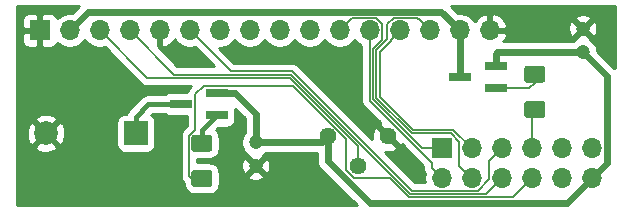
<source format=gbr>
G04 #@! TF.GenerationSoftware,KiCad,Pcbnew,5.1.5+dfsg1-2build2*
G04 #@! TF.CreationDate,2020-11-20T08:54:09-05:00*
G04 #@! TF.ProjectId,portb_lcd_mod,706f7274-625f-46c6-9364-5f6d6f642e6b,rev?*
G04 #@! TF.SameCoordinates,Original*
G04 #@! TF.FileFunction,Copper,L1,Top*
G04 #@! TF.FilePolarity,Positive*
%FSLAX46Y46*%
G04 Gerber Fmt 4.6, Leading zero omitted, Abs format (unit mm)*
G04 Created by KiCad (PCBNEW 5.1.5+dfsg1-2build2) date 2020-11-20 08:54:09*
%MOMM*%
%LPD*%
G04 APERTURE LIST*
%ADD10R,2.000000X2.000000*%
%ADD11C,2.000000*%
%ADD12R,1.700000X1.700000*%
%ADD13O,1.700000X1.700000*%
%ADD14R,1.900000X0.800000*%
%ADD15C,0.100000*%
%ADD16C,1.440000*%
%ADD17C,1.200000*%
%ADD18C,0.400000*%
%ADD19C,0.600000*%
%ADD20C,0.150000*%
%ADD21C,0.200000*%
%ADD22C,0.254000*%
G04 APERTURE END LIST*
D10*
X128778000Y-108712000D03*
D11*
X121178000Y-108712000D03*
D12*
X120650000Y-100000000D03*
D13*
X123190000Y-100000000D03*
X125730000Y-100000000D03*
X128270000Y-100000000D03*
X130810000Y-100000000D03*
X133350000Y-100000000D03*
X135890000Y-100000000D03*
X138430000Y-100000000D03*
X140970000Y-100000000D03*
X143510000Y-100000000D03*
X146050000Y-100000000D03*
X148590000Y-100000000D03*
X151130000Y-100000000D03*
X153670000Y-100000000D03*
X156210000Y-100000000D03*
X158750000Y-100000000D03*
D14*
X159258000Y-104902000D03*
X159258000Y-103002000D03*
X156258000Y-103952000D03*
X132636000Y-106238000D03*
X135636000Y-105288000D03*
X135636000Y-107188000D03*
G04 #@! TA.AperFunction,SMDPad,CuDef*
D15*
G36*
X163209504Y-102993704D02*
G01*
X163233773Y-102997304D01*
X163257571Y-103003265D01*
X163280671Y-103011530D01*
X163302849Y-103022020D01*
X163323893Y-103034633D01*
X163343598Y-103049247D01*
X163361777Y-103065723D01*
X163378253Y-103083902D01*
X163392867Y-103103607D01*
X163405480Y-103124651D01*
X163415970Y-103146829D01*
X163424235Y-103169929D01*
X163430196Y-103193727D01*
X163433796Y-103217996D01*
X163435000Y-103242500D01*
X163435000Y-104167500D01*
X163433796Y-104192004D01*
X163430196Y-104216273D01*
X163424235Y-104240071D01*
X163415970Y-104263171D01*
X163405480Y-104285349D01*
X163392867Y-104306393D01*
X163378253Y-104326098D01*
X163361777Y-104344277D01*
X163343598Y-104360753D01*
X163323893Y-104375367D01*
X163302849Y-104387980D01*
X163280671Y-104398470D01*
X163257571Y-104406735D01*
X163233773Y-104412696D01*
X163209504Y-104416296D01*
X163185000Y-104417500D01*
X161935000Y-104417500D01*
X161910496Y-104416296D01*
X161886227Y-104412696D01*
X161862429Y-104406735D01*
X161839329Y-104398470D01*
X161817151Y-104387980D01*
X161796107Y-104375367D01*
X161776402Y-104360753D01*
X161758223Y-104344277D01*
X161741747Y-104326098D01*
X161727133Y-104306393D01*
X161714520Y-104285349D01*
X161704030Y-104263171D01*
X161695765Y-104240071D01*
X161689804Y-104216273D01*
X161686204Y-104192004D01*
X161685000Y-104167500D01*
X161685000Y-103242500D01*
X161686204Y-103217996D01*
X161689804Y-103193727D01*
X161695765Y-103169929D01*
X161704030Y-103146829D01*
X161714520Y-103124651D01*
X161727133Y-103103607D01*
X161741747Y-103083902D01*
X161758223Y-103065723D01*
X161776402Y-103049247D01*
X161796107Y-103034633D01*
X161817151Y-103022020D01*
X161839329Y-103011530D01*
X161862429Y-103003265D01*
X161886227Y-102997304D01*
X161910496Y-102993704D01*
X161935000Y-102992500D01*
X163185000Y-102992500D01*
X163209504Y-102993704D01*
G37*
G04 #@! TD.AperFunction*
G04 #@! TA.AperFunction,SMDPad,CuDef*
G36*
X163209504Y-105968704D02*
G01*
X163233773Y-105972304D01*
X163257571Y-105978265D01*
X163280671Y-105986530D01*
X163302849Y-105997020D01*
X163323893Y-106009633D01*
X163343598Y-106024247D01*
X163361777Y-106040723D01*
X163378253Y-106058902D01*
X163392867Y-106078607D01*
X163405480Y-106099651D01*
X163415970Y-106121829D01*
X163424235Y-106144929D01*
X163430196Y-106168727D01*
X163433796Y-106192996D01*
X163435000Y-106217500D01*
X163435000Y-107142500D01*
X163433796Y-107167004D01*
X163430196Y-107191273D01*
X163424235Y-107215071D01*
X163415970Y-107238171D01*
X163405480Y-107260349D01*
X163392867Y-107281393D01*
X163378253Y-107301098D01*
X163361777Y-107319277D01*
X163343598Y-107335753D01*
X163323893Y-107350367D01*
X163302849Y-107362980D01*
X163280671Y-107373470D01*
X163257571Y-107381735D01*
X163233773Y-107387696D01*
X163209504Y-107391296D01*
X163185000Y-107392500D01*
X161935000Y-107392500D01*
X161910496Y-107391296D01*
X161886227Y-107387696D01*
X161862429Y-107381735D01*
X161839329Y-107373470D01*
X161817151Y-107362980D01*
X161796107Y-107350367D01*
X161776402Y-107335753D01*
X161758223Y-107319277D01*
X161741747Y-107301098D01*
X161727133Y-107281393D01*
X161714520Y-107260349D01*
X161704030Y-107238171D01*
X161695765Y-107215071D01*
X161689804Y-107191273D01*
X161686204Y-107167004D01*
X161685000Y-107142500D01*
X161685000Y-106217500D01*
X161686204Y-106192996D01*
X161689804Y-106168727D01*
X161695765Y-106144929D01*
X161704030Y-106121829D01*
X161714520Y-106099651D01*
X161727133Y-106078607D01*
X161741747Y-106058902D01*
X161758223Y-106040723D01*
X161776402Y-106024247D01*
X161796107Y-106009633D01*
X161817151Y-105997020D01*
X161839329Y-105986530D01*
X161862429Y-105978265D01*
X161886227Y-105972304D01*
X161910496Y-105968704D01*
X161935000Y-105967500D01*
X163185000Y-105967500D01*
X163209504Y-105968704D01*
G37*
G04 #@! TD.AperFunction*
G04 #@! TA.AperFunction,SMDPad,CuDef*
G36*
X135015504Y-111810704D02*
G01*
X135039773Y-111814304D01*
X135063571Y-111820265D01*
X135086671Y-111828530D01*
X135108849Y-111839020D01*
X135129893Y-111851633D01*
X135149598Y-111866247D01*
X135167777Y-111882723D01*
X135184253Y-111900902D01*
X135198867Y-111920607D01*
X135211480Y-111941651D01*
X135221970Y-111963829D01*
X135230235Y-111986929D01*
X135236196Y-112010727D01*
X135239796Y-112034996D01*
X135241000Y-112059500D01*
X135241000Y-112984500D01*
X135239796Y-113009004D01*
X135236196Y-113033273D01*
X135230235Y-113057071D01*
X135221970Y-113080171D01*
X135211480Y-113102349D01*
X135198867Y-113123393D01*
X135184253Y-113143098D01*
X135167777Y-113161277D01*
X135149598Y-113177753D01*
X135129893Y-113192367D01*
X135108849Y-113204980D01*
X135086671Y-113215470D01*
X135063571Y-113223735D01*
X135039773Y-113229696D01*
X135015504Y-113233296D01*
X134991000Y-113234500D01*
X133741000Y-113234500D01*
X133716496Y-113233296D01*
X133692227Y-113229696D01*
X133668429Y-113223735D01*
X133645329Y-113215470D01*
X133623151Y-113204980D01*
X133602107Y-113192367D01*
X133582402Y-113177753D01*
X133564223Y-113161277D01*
X133547747Y-113143098D01*
X133533133Y-113123393D01*
X133520520Y-113102349D01*
X133510030Y-113080171D01*
X133501765Y-113057071D01*
X133495804Y-113033273D01*
X133492204Y-113009004D01*
X133491000Y-112984500D01*
X133491000Y-112059500D01*
X133492204Y-112034996D01*
X133495804Y-112010727D01*
X133501765Y-111986929D01*
X133510030Y-111963829D01*
X133520520Y-111941651D01*
X133533133Y-111920607D01*
X133547747Y-111900902D01*
X133564223Y-111882723D01*
X133582402Y-111866247D01*
X133602107Y-111851633D01*
X133623151Y-111839020D01*
X133645329Y-111828530D01*
X133668429Y-111820265D01*
X133692227Y-111814304D01*
X133716496Y-111810704D01*
X133741000Y-111809500D01*
X134991000Y-111809500D01*
X135015504Y-111810704D01*
G37*
G04 #@! TD.AperFunction*
G04 #@! TA.AperFunction,SMDPad,CuDef*
G36*
X135015504Y-108835704D02*
G01*
X135039773Y-108839304D01*
X135063571Y-108845265D01*
X135086671Y-108853530D01*
X135108849Y-108864020D01*
X135129893Y-108876633D01*
X135149598Y-108891247D01*
X135167777Y-108907723D01*
X135184253Y-108925902D01*
X135198867Y-108945607D01*
X135211480Y-108966651D01*
X135221970Y-108988829D01*
X135230235Y-109011929D01*
X135236196Y-109035727D01*
X135239796Y-109059996D01*
X135241000Y-109084500D01*
X135241000Y-110009500D01*
X135239796Y-110034004D01*
X135236196Y-110058273D01*
X135230235Y-110082071D01*
X135221970Y-110105171D01*
X135211480Y-110127349D01*
X135198867Y-110148393D01*
X135184253Y-110168098D01*
X135167777Y-110186277D01*
X135149598Y-110202753D01*
X135129893Y-110217367D01*
X135108849Y-110229980D01*
X135086671Y-110240470D01*
X135063571Y-110248735D01*
X135039773Y-110254696D01*
X135015504Y-110258296D01*
X134991000Y-110259500D01*
X133741000Y-110259500D01*
X133716496Y-110258296D01*
X133692227Y-110254696D01*
X133668429Y-110248735D01*
X133645329Y-110240470D01*
X133623151Y-110229980D01*
X133602107Y-110217367D01*
X133582402Y-110202753D01*
X133564223Y-110186277D01*
X133547747Y-110168098D01*
X133533133Y-110148393D01*
X133520520Y-110127349D01*
X133510030Y-110105171D01*
X133501765Y-110082071D01*
X133495804Y-110058273D01*
X133492204Y-110034004D01*
X133491000Y-110009500D01*
X133491000Y-109084500D01*
X133492204Y-109059996D01*
X133495804Y-109035727D01*
X133501765Y-109011929D01*
X133510030Y-108988829D01*
X133520520Y-108966651D01*
X133533133Y-108945607D01*
X133547747Y-108925902D01*
X133564223Y-108907723D01*
X133582402Y-108891247D01*
X133602107Y-108876633D01*
X133623151Y-108864020D01*
X133645329Y-108853530D01*
X133668429Y-108845265D01*
X133692227Y-108839304D01*
X133716496Y-108835704D01*
X133741000Y-108834500D01*
X134991000Y-108834500D01*
X135015504Y-108835704D01*
G37*
G04 #@! TD.AperFunction*
D16*
X150114000Y-108966000D03*
X147574000Y-111506000D03*
X145034000Y-108966000D03*
D17*
X138938000Y-109474000D03*
X138938000Y-111474000D03*
X166624000Y-99854000D03*
X166624000Y-101854000D03*
D12*
X154686000Y-109982000D03*
D13*
X154686000Y-112522000D03*
X157226000Y-109982000D03*
X157226000Y-112522000D03*
X159766000Y-109982000D03*
X159766000Y-112522000D03*
X162306000Y-109982000D03*
X162306000Y-112522000D03*
X164846000Y-109982000D03*
X164846000Y-112522000D03*
X167386000Y-109982000D03*
X167386000Y-112522000D03*
D18*
X128778000Y-107312000D02*
X128778000Y-108712000D01*
X129852000Y-106238000D02*
X128778000Y-107312000D01*
X132636000Y-106238000D02*
X129852000Y-106238000D01*
D19*
X159258000Y-102002000D02*
X159258000Y-103002000D01*
X159406000Y-101854000D02*
X159258000Y-102002000D01*
X166624000Y-101854000D02*
X159406000Y-101854000D01*
X137186000Y-105288000D02*
X135636000Y-105288000D01*
X138938000Y-107040000D02*
X137186000Y-105288000D01*
X138938000Y-109474000D02*
X138938000Y-107040000D01*
X167223999Y-102453999D02*
X166624000Y-101854000D01*
X168663001Y-103893001D02*
X167223999Y-102453999D01*
X168663001Y-111244999D02*
X168663001Y-103893001D01*
X167386000Y-112522000D02*
X168663001Y-111244999D01*
X144526000Y-109474000D02*
X145034000Y-108966000D01*
X138938000Y-109474000D02*
X144526000Y-109474000D01*
X148623520Y-114630031D02*
X165277969Y-114630031D01*
X145034000Y-111040511D02*
X148623520Y-114630031D01*
X166536001Y-113371999D02*
X167386000Y-112522000D01*
X165277969Y-114630031D02*
X166536001Y-113371999D01*
X145034000Y-108966000D02*
X145034000Y-111040511D01*
D20*
X132007990Y-103737990D02*
X141924079Y-103737990D01*
X128270000Y-100000000D02*
X132007990Y-103737990D01*
X141924079Y-103737990D02*
X152037100Y-113851011D01*
X158436989Y-113851011D02*
X159766000Y-112522000D01*
X152037100Y-113851011D02*
X158436989Y-113851011D01*
X158713999Y-111034001D02*
X158916001Y-110831999D01*
X158713999Y-112590963D02*
X158713999Y-111034001D01*
X157730961Y-113574001D02*
X158713999Y-112590963D01*
X158916001Y-110831999D02*
X159766000Y-109982000D01*
X152151841Y-113574001D02*
X157730961Y-113574001D01*
X142038820Y-103460980D02*
X152151841Y-113574001D01*
X136810980Y-103460980D02*
X142038820Y-103460980D01*
X133350000Y-100000000D02*
X136810980Y-103460980D01*
X152820001Y-99150001D02*
X153670000Y-100000000D01*
X152617999Y-98947999D02*
X152820001Y-99150001D01*
X150077999Y-100757751D02*
X150077999Y-99495039D01*
X149144020Y-101691730D02*
X150077999Y-100757751D01*
X149144020Y-105720122D02*
X149144020Y-101691730D01*
X152135898Y-108712000D02*
X149144020Y-105720122D01*
X150625039Y-98947999D02*
X152617999Y-98947999D01*
X155479602Y-108712000D02*
X152135898Y-108712000D01*
X156173999Y-109406397D02*
X155479602Y-108712000D01*
X156173999Y-111469999D02*
X156173999Y-109406397D01*
X150077999Y-99495039D02*
X150625039Y-98947999D01*
X157226000Y-112522000D02*
X156173999Y-111469999D01*
X150355008Y-100774992D02*
X151130000Y-100000000D01*
X150355008Y-100872492D02*
X150355008Y-100774992D01*
X149421030Y-101806470D02*
X150355008Y-100872492D01*
X149421030Y-105605382D02*
X149421030Y-101806470D01*
X152250638Y-108434990D02*
X149421030Y-105605382D01*
X155678990Y-108434990D02*
X152250638Y-108434990D01*
X157226000Y-109982000D02*
X155678990Y-108434990D01*
X148590000Y-105949602D02*
X148590000Y-101202081D01*
X153836001Y-111195603D02*
X148590000Y-105949602D01*
X153836001Y-111672001D02*
X153836001Y-111195603D01*
X148590000Y-101202081D02*
X148590000Y-100000000D01*
X154686000Y-112522000D02*
X153836001Y-111672001D01*
X146899999Y-99150001D02*
X146050000Y-100000000D01*
X147102001Y-98947999D02*
X146899999Y-99150001D01*
X149094961Y-98947999D02*
X147102001Y-98947999D01*
X149642001Y-99495039D02*
X149094961Y-98947999D01*
X149642001Y-100801999D02*
X149642001Y-99495039D01*
X148867010Y-101576990D02*
X149642001Y-100801999D01*
X148867010Y-105834862D02*
X148867010Y-101576990D01*
X153014148Y-109982000D02*
X148867010Y-105834862D01*
X154686000Y-109982000D02*
X153014148Y-109982000D01*
D19*
X156258000Y-100048000D02*
X156210000Y-100000000D01*
X156258000Y-103952000D02*
X156258000Y-100048000D01*
X124744011Y-98445989D02*
X123190000Y-100000000D01*
X154655989Y-98445989D02*
X124744011Y-98445989D01*
X156210000Y-100000000D02*
X154655989Y-98445989D01*
D20*
X129745000Y-104015000D02*
X125730000Y-100000000D01*
X141809339Y-104015000D02*
X129745000Y-104015000D01*
X147574000Y-109779661D02*
X141809339Y-104015000D01*
X147574000Y-111506000D02*
X147574000Y-109779661D01*
D21*
X162560000Y-104417500D02*
X162560000Y-103705000D01*
X162075500Y-104902000D02*
X162560000Y-104417500D01*
X159258000Y-104902000D02*
X162075500Y-104902000D01*
D18*
X134366000Y-108458000D02*
X135636000Y-107188000D01*
X134366000Y-109547000D02*
X134366000Y-108458000D01*
D20*
X162306000Y-106934000D02*
X162560000Y-106680000D01*
X162306000Y-109982000D02*
X162306000Y-106934000D01*
X162306000Y-112522000D02*
X160699979Y-114128021D01*
X151922359Y-114128021D02*
X150316338Y-112522000D01*
X160699979Y-114128021D02*
X151922359Y-114128021D01*
X147225438Y-112522000D02*
X146558000Y-111854562D01*
X150316338Y-112522000D02*
X147225438Y-112522000D01*
X146558000Y-111854562D02*
X146558000Y-109155411D01*
X133491000Y-112522000D02*
X134366000Y-112522000D01*
X133288990Y-112319990D02*
X133491000Y-112522000D01*
X133288990Y-108897270D02*
X133288990Y-112319990D01*
X133788001Y-108398259D02*
X133288990Y-108897270D01*
X133788001Y-105422397D02*
X133788001Y-108398259D01*
X142088588Y-104685999D02*
X134524399Y-104685999D01*
X134524399Y-104685999D02*
X133788001Y-105422397D01*
X146558000Y-109155411D02*
X142088588Y-104685999D01*
D22*
G36*
X123349981Y-98517729D02*
G01*
X123336260Y-98515000D01*
X123043740Y-98515000D01*
X122756842Y-98572068D01*
X122486589Y-98684010D01*
X122243368Y-98846525D01*
X122111513Y-98978380D01*
X122089502Y-98905820D01*
X122030537Y-98795506D01*
X121951185Y-98698815D01*
X121854494Y-98619463D01*
X121744180Y-98560498D01*
X121624482Y-98524188D01*
X121500000Y-98511928D01*
X120935750Y-98515000D01*
X120777000Y-98673750D01*
X120777000Y-99873000D01*
X120797000Y-99873000D01*
X120797000Y-100127000D01*
X120777000Y-100127000D01*
X120777000Y-101326250D01*
X120935750Y-101485000D01*
X121500000Y-101488072D01*
X121624482Y-101475812D01*
X121744180Y-101439502D01*
X121854494Y-101380537D01*
X121951185Y-101301185D01*
X122030537Y-101204494D01*
X122089502Y-101094180D01*
X122111513Y-101021620D01*
X122243368Y-101153475D01*
X122486589Y-101315990D01*
X122756842Y-101427932D01*
X123043740Y-101485000D01*
X123336260Y-101485000D01*
X123623158Y-101427932D01*
X123893411Y-101315990D01*
X124136632Y-101153475D01*
X124343475Y-100946632D01*
X124460000Y-100772240D01*
X124576525Y-100946632D01*
X124783368Y-101153475D01*
X125026589Y-101315990D01*
X125296842Y-101427932D01*
X125583740Y-101485000D01*
X125876260Y-101485000D01*
X126155387Y-101429478D01*
X129218292Y-104492384D01*
X129240525Y-104519475D01*
X129267615Y-104541707D01*
X129348635Y-104608199D01*
X129348637Y-104608200D01*
X129471980Y-104674128D01*
X129605816Y-104714727D01*
X129710123Y-104725000D01*
X129710124Y-104725000D01*
X129744999Y-104728435D01*
X129779874Y-104725000D01*
X133481307Y-104725000D01*
X133310618Y-104895689D01*
X133283526Y-104917923D01*
X133194801Y-105026035D01*
X133128873Y-105149378D01*
X133113539Y-105199928D01*
X131686000Y-105199928D01*
X131561518Y-105212188D01*
X131441820Y-105248498D01*
X131331506Y-105307463D01*
X131234815Y-105386815D01*
X131221532Y-105403000D01*
X129893007Y-105403000D01*
X129851999Y-105398961D01*
X129810991Y-105403000D01*
X129810981Y-105403000D01*
X129688311Y-105415082D01*
X129530913Y-105462828D01*
X129385854Y-105540364D01*
X129258709Y-105644709D01*
X129232558Y-105676574D01*
X128216579Y-106692554D01*
X128184709Y-106718709D01*
X128092316Y-106831291D01*
X128080364Y-106845855D01*
X128002828Y-106990914D01*
X127977646Y-107073928D01*
X127778000Y-107073928D01*
X127653518Y-107086188D01*
X127533820Y-107122498D01*
X127423506Y-107181463D01*
X127326815Y-107260815D01*
X127247463Y-107357506D01*
X127188498Y-107467820D01*
X127152188Y-107587518D01*
X127139928Y-107712000D01*
X127139928Y-109712000D01*
X127152188Y-109836482D01*
X127188498Y-109956180D01*
X127247463Y-110066494D01*
X127326815Y-110163185D01*
X127423506Y-110242537D01*
X127533820Y-110301502D01*
X127653518Y-110337812D01*
X127778000Y-110350072D01*
X129778000Y-110350072D01*
X129902482Y-110337812D01*
X130022180Y-110301502D01*
X130132494Y-110242537D01*
X130229185Y-110163185D01*
X130308537Y-110066494D01*
X130367502Y-109956180D01*
X130403812Y-109836482D01*
X130416072Y-109712000D01*
X130416072Y-107712000D01*
X130403812Y-107587518D01*
X130367502Y-107467820D01*
X130308537Y-107357506D01*
X130229185Y-107260815D01*
X130132494Y-107181463D01*
X130104414Y-107166454D01*
X130197868Y-107073000D01*
X131221532Y-107073000D01*
X131234815Y-107089185D01*
X131331506Y-107168537D01*
X131441820Y-107227502D01*
X131561518Y-107263812D01*
X131686000Y-107276072D01*
X133078002Y-107276072D01*
X133078002Y-108104167D01*
X132811607Y-108370562D01*
X132784515Y-108392796D01*
X132695790Y-108500908D01*
X132629862Y-108624251D01*
X132589263Y-108758087D01*
X132581930Y-108832544D01*
X132575555Y-108897270D01*
X132578990Y-108932145D01*
X132578991Y-112285105D01*
X132575555Y-112319990D01*
X132589264Y-112459174D01*
X132629862Y-112593009D01*
X132675492Y-112678376D01*
X132695791Y-112716353D01*
X132784516Y-112824465D01*
X132811607Y-112846698D01*
X132852928Y-112888019D01*
X132852928Y-112984500D01*
X132869992Y-113157754D01*
X132920528Y-113324350D01*
X133002595Y-113477886D01*
X133113038Y-113612462D01*
X133247614Y-113722905D01*
X133401150Y-113804972D01*
X133567746Y-113855508D01*
X133741000Y-113872572D01*
X134991000Y-113872572D01*
X135164254Y-113855508D01*
X135330850Y-113804972D01*
X135484386Y-113722905D01*
X135618962Y-113612462D01*
X135729405Y-113477886D01*
X135811472Y-113324350D01*
X135862008Y-113157754D01*
X135879072Y-112984500D01*
X135879072Y-112323764D01*
X138267841Y-112323764D01*
X138315148Y-112547348D01*
X138536516Y-112648237D01*
X138773313Y-112704000D01*
X139016438Y-112712495D01*
X139256549Y-112673395D01*
X139484418Y-112588202D01*
X139560852Y-112547348D01*
X139608159Y-112323764D01*
X138938000Y-111653605D01*
X138267841Y-112323764D01*
X135879072Y-112323764D01*
X135879072Y-112059500D01*
X135862008Y-111886246D01*
X135811472Y-111719650D01*
X135729405Y-111566114D01*
X135718182Y-111552438D01*
X137699505Y-111552438D01*
X137738605Y-111792549D01*
X137823798Y-112020418D01*
X137864652Y-112096852D01*
X138088236Y-112144159D01*
X138758395Y-111474000D01*
X139117605Y-111474000D01*
X139787764Y-112144159D01*
X140011348Y-112096852D01*
X140112237Y-111875484D01*
X140168000Y-111638687D01*
X140176495Y-111395562D01*
X140137395Y-111155451D01*
X140052202Y-110927582D01*
X140011348Y-110851148D01*
X139787764Y-110803841D01*
X139117605Y-111474000D01*
X138758395Y-111474000D01*
X138088236Y-110803841D01*
X137864652Y-110851148D01*
X137763763Y-111072516D01*
X137708000Y-111309313D01*
X137699505Y-111552438D01*
X135718182Y-111552438D01*
X135618962Y-111431538D01*
X135484386Y-111321095D01*
X135330850Y-111239028D01*
X135164254Y-111188492D01*
X134991000Y-111171428D01*
X133998990Y-111171428D01*
X133998990Y-110897572D01*
X134991000Y-110897572D01*
X135164254Y-110880508D01*
X135330850Y-110829972D01*
X135484386Y-110747905D01*
X135618962Y-110637462D01*
X135729405Y-110502886D01*
X135811472Y-110349350D01*
X135862008Y-110182754D01*
X135879072Y-110009500D01*
X135879072Y-109084500D01*
X135862008Y-108911246D01*
X135811472Y-108744650D01*
X135729405Y-108591114D01*
X135618962Y-108456538D01*
X135580167Y-108424700D01*
X135778796Y-108226072D01*
X136586000Y-108226072D01*
X136710482Y-108213812D01*
X136830180Y-108177502D01*
X136940494Y-108118537D01*
X137037185Y-108039185D01*
X137116537Y-107942494D01*
X137175502Y-107832180D01*
X137211812Y-107712482D01*
X137224072Y-107588000D01*
X137224072Y-106788000D01*
X137211812Y-106663518D01*
X137199874Y-106624163D01*
X138003001Y-107427291D01*
X138003000Y-108662446D01*
X137978713Y-108686733D01*
X137843557Y-108889008D01*
X137750460Y-109113764D01*
X137703000Y-109352363D01*
X137703000Y-109595637D01*
X137750460Y-109834236D01*
X137843557Y-110058992D01*
X137978713Y-110261267D01*
X138150733Y-110433287D01*
X138288733Y-110525496D01*
X138267841Y-110624236D01*
X138938000Y-111294395D01*
X139608159Y-110624236D01*
X139587267Y-110525496D01*
X139725267Y-110433287D01*
X139749554Y-110409000D01*
X144099001Y-110409000D01*
X144099001Y-110994569D01*
X144094476Y-111040511D01*
X144112529Y-111223802D01*
X144146196Y-111334787D01*
X144165994Y-111400051D01*
X144252815Y-111562483D01*
X144369657Y-111704855D01*
X144405336Y-111734136D01*
X147486200Y-114815000D01*
X118685000Y-114815000D01*
X118685000Y-109847413D01*
X120222192Y-109847413D01*
X120317956Y-110111814D01*
X120607571Y-110252704D01*
X120919108Y-110334384D01*
X121240595Y-110353718D01*
X121559675Y-110309961D01*
X121864088Y-110204795D01*
X122038044Y-110111814D01*
X122133808Y-109847413D01*
X121178000Y-108891605D01*
X120222192Y-109847413D01*
X118685000Y-109847413D01*
X118685000Y-108774595D01*
X119536282Y-108774595D01*
X119580039Y-109093675D01*
X119685205Y-109398088D01*
X119778186Y-109572044D01*
X120042587Y-109667808D01*
X120998395Y-108712000D01*
X121357605Y-108712000D01*
X122313413Y-109667808D01*
X122577814Y-109572044D01*
X122718704Y-109282429D01*
X122800384Y-108970892D01*
X122819718Y-108649405D01*
X122775961Y-108330325D01*
X122670795Y-108025912D01*
X122577814Y-107851956D01*
X122313413Y-107756192D01*
X121357605Y-108712000D01*
X120998395Y-108712000D01*
X120042587Y-107756192D01*
X119778186Y-107851956D01*
X119637296Y-108141571D01*
X119555616Y-108453108D01*
X119536282Y-108774595D01*
X118685000Y-108774595D01*
X118685000Y-107576587D01*
X120222192Y-107576587D01*
X121178000Y-108532395D01*
X122133808Y-107576587D01*
X122038044Y-107312186D01*
X121748429Y-107171296D01*
X121436892Y-107089616D01*
X121115405Y-107070282D01*
X120796325Y-107114039D01*
X120491912Y-107219205D01*
X120317956Y-107312186D01*
X120222192Y-107576587D01*
X118685000Y-107576587D01*
X118685000Y-100850000D01*
X119161928Y-100850000D01*
X119174188Y-100974482D01*
X119210498Y-101094180D01*
X119269463Y-101204494D01*
X119348815Y-101301185D01*
X119445506Y-101380537D01*
X119555820Y-101439502D01*
X119675518Y-101475812D01*
X119800000Y-101488072D01*
X120364250Y-101485000D01*
X120523000Y-101326250D01*
X120523000Y-100127000D01*
X119323750Y-100127000D01*
X119165000Y-100285750D01*
X119161928Y-100850000D01*
X118685000Y-100850000D01*
X118685000Y-99150000D01*
X119161928Y-99150000D01*
X119165000Y-99714250D01*
X119323750Y-99873000D01*
X120523000Y-99873000D01*
X120523000Y-98673750D01*
X120364250Y-98515000D01*
X119800000Y-98511928D01*
X119675518Y-98524188D01*
X119555820Y-98560498D01*
X119445506Y-98619463D01*
X119348815Y-98698815D01*
X119269463Y-98795506D01*
X119210498Y-98905820D01*
X119174188Y-99025518D01*
X119161928Y-99150000D01*
X118685000Y-99150000D01*
X118685000Y-97935000D01*
X123932710Y-97935000D01*
X123349981Y-98517729D01*
G37*
X123349981Y-98517729D02*
X123336260Y-98515000D01*
X123043740Y-98515000D01*
X122756842Y-98572068D01*
X122486589Y-98684010D01*
X122243368Y-98846525D01*
X122111513Y-98978380D01*
X122089502Y-98905820D01*
X122030537Y-98795506D01*
X121951185Y-98698815D01*
X121854494Y-98619463D01*
X121744180Y-98560498D01*
X121624482Y-98524188D01*
X121500000Y-98511928D01*
X120935750Y-98515000D01*
X120777000Y-98673750D01*
X120777000Y-99873000D01*
X120797000Y-99873000D01*
X120797000Y-100127000D01*
X120777000Y-100127000D01*
X120777000Y-101326250D01*
X120935750Y-101485000D01*
X121500000Y-101488072D01*
X121624482Y-101475812D01*
X121744180Y-101439502D01*
X121854494Y-101380537D01*
X121951185Y-101301185D01*
X122030537Y-101204494D01*
X122089502Y-101094180D01*
X122111513Y-101021620D01*
X122243368Y-101153475D01*
X122486589Y-101315990D01*
X122756842Y-101427932D01*
X123043740Y-101485000D01*
X123336260Y-101485000D01*
X123623158Y-101427932D01*
X123893411Y-101315990D01*
X124136632Y-101153475D01*
X124343475Y-100946632D01*
X124460000Y-100772240D01*
X124576525Y-100946632D01*
X124783368Y-101153475D01*
X125026589Y-101315990D01*
X125296842Y-101427932D01*
X125583740Y-101485000D01*
X125876260Y-101485000D01*
X126155387Y-101429478D01*
X129218292Y-104492384D01*
X129240525Y-104519475D01*
X129267615Y-104541707D01*
X129348635Y-104608199D01*
X129348637Y-104608200D01*
X129471980Y-104674128D01*
X129605816Y-104714727D01*
X129710123Y-104725000D01*
X129710124Y-104725000D01*
X129744999Y-104728435D01*
X129779874Y-104725000D01*
X133481307Y-104725000D01*
X133310618Y-104895689D01*
X133283526Y-104917923D01*
X133194801Y-105026035D01*
X133128873Y-105149378D01*
X133113539Y-105199928D01*
X131686000Y-105199928D01*
X131561518Y-105212188D01*
X131441820Y-105248498D01*
X131331506Y-105307463D01*
X131234815Y-105386815D01*
X131221532Y-105403000D01*
X129893007Y-105403000D01*
X129851999Y-105398961D01*
X129810991Y-105403000D01*
X129810981Y-105403000D01*
X129688311Y-105415082D01*
X129530913Y-105462828D01*
X129385854Y-105540364D01*
X129258709Y-105644709D01*
X129232558Y-105676574D01*
X128216579Y-106692554D01*
X128184709Y-106718709D01*
X128092316Y-106831291D01*
X128080364Y-106845855D01*
X128002828Y-106990914D01*
X127977646Y-107073928D01*
X127778000Y-107073928D01*
X127653518Y-107086188D01*
X127533820Y-107122498D01*
X127423506Y-107181463D01*
X127326815Y-107260815D01*
X127247463Y-107357506D01*
X127188498Y-107467820D01*
X127152188Y-107587518D01*
X127139928Y-107712000D01*
X127139928Y-109712000D01*
X127152188Y-109836482D01*
X127188498Y-109956180D01*
X127247463Y-110066494D01*
X127326815Y-110163185D01*
X127423506Y-110242537D01*
X127533820Y-110301502D01*
X127653518Y-110337812D01*
X127778000Y-110350072D01*
X129778000Y-110350072D01*
X129902482Y-110337812D01*
X130022180Y-110301502D01*
X130132494Y-110242537D01*
X130229185Y-110163185D01*
X130308537Y-110066494D01*
X130367502Y-109956180D01*
X130403812Y-109836482D01*
X130416072Y-109712000D01*
X130416072Y-107712000D01*
X130403812Y-107587518D01*
X130367502Y-107467820D01*
X130308537Y-107357506D01*
X130229185Y-107260815D01*
X130132494Y-107181463D01*
X130104414Y-107166454D01*
X130197868Y-107073000D01*
X131221532Y-107073000D01*
X131234815Y-107089185D01*
X131331506Y-107168537D01*
X131441820Y-107227502D01*
X131561518Y-107263812D01*
X131686000Y-107276072D01*
X133078002Y-107276072D01*
X133078002Y-108104167D01*
X132811607Y-108370562D01*
X132784515Y-108392796D01*
X132695790Y-108500908D01*
X132629862Y-108624251D01*
X132589263Y-108758087D01*
X132581930Y-108832544D01*
X132575555Y-108897270D01*
X132578990Y-108932145D01*
X132578991Y-112285105D01*
X132575555Y-112319990D01*
X132589264Y-112459174D01*
X132629862Y-112593009D01*
X132675492Y-112678376D01*
X132695791Y-112716353D01*
X132784516Y-112824465D01*
X132811607Y-112846698D01*
X132852928Y-112888019D01*
X132852928Y-112984500D01*
X132869992Y-113157754D01*
X132920528Y-113324350D01*
X133002595Y-113477886D01*
X133113038Y-113612462D01*
X133247614Y-113722905D01*
X133401150Y-113804972D01*
X133567746Y-113855508D01*
X133741000Y-113872572D01*
X134991000Y-113872572D01*
X135164254Y-113855508D01*
X135330850Y-113804972D01*
X135484386Y-113722905D01*
X135618962Y-113612462D01*
X135729405Y-113477886D01*
X135811472Y-113324350D01*
X135862008Y-113157754D01*
X135879072Y-112984500D01*
X135879072Y-112323764D01*
X138267841Y-112323764D01*
X138315148Y-112547348D01*
X138536516Y-112648237D01*
X138773313Y-112704000D01*
X139016438Y-112712495D01*
X139256549Y-112673395D01*
X139484418Y-112588202D01*
X139560852Y-112547348D01*
X139608159Y-112323764D01*
X138938000Y-111653605D01*
X138267841Y-112323764D01*
X135879072Y-112323764D01*
X135879072Y-112059500D01*
X135862008Y-111886246D01*
X135811472Y-111719650D01*
X135729405Y-111566114D01*
X135718182Y-111552438D01*
X137699505Y-111552438D01*
X137738605Y-111792549D01*
X137823798Y-112020418D01*
X137864652Y-112096852D01*
X138088236Y-112144159D01*
X138758395Y-111474000D01*
X139117605Y-111474000D01*
X139787764Y-112144159D01*
X140011348Y-112096852D01*
X140112237Y-111875484D01*
X140168000Y-111638687D01*
X140176495Y-111395562D01*
X140137395Y-111155451D01*
X140052202Y-110927582D01*
X140011348Y-110851148D01*
X139787764Y-110803841D01*
X139117605Y-111474000D01*
X138758395Y-111474000D01*
X138088236Y-110803841D01*
X137864652Y-110851148D01*
X137763763Y-111072516D01*
X137708000Y-111309313D01*
X137699505Y-111552438D01*
X135718182Y-111552438D01*
X135618962Y-111431538D01*
X135484386Y-111321095D01*
X135330850Y-111239028D01*
X135164254Y-111188492D01*
X134991000Y-111171428D01*
X133998990Y-111171428D01*
X133998990Y-110897572D01*
X134991000Y-110897572D01*
X135164254Y-110880508D01*
X135330850Y-110829972D01*
X135484386Y-110747905D01*
X135618962Y-110637462D01*
X135729405Y-110502886D01*
X135811472Y-110349350D01*
X135862008Y-110182754D01*
X135879072Y-110009500D01*
X135879072Y-109084500D01*
X135862008Y-108911246D01*
X135811472Y-108744650D01*
X135729405Y-108591114D01*
X135618962Y-108456538D01*
X135580167Y-108424700D01*
X135778796Y-108226072D01*
X136586000Y-108226072D01*
X136710482Y-108213812D01*
X136830180Y-108177502D01*
X136940494Y-108118537D01*
X137037185Y-108039185D01*
X137116537Y-107942494D01*
X137175502Y-107832180D01*
X137211812Y-107712482D01*
X137224072Y-107588000D01*
X137224072Y-106788000D01*
X137211812Y-106663518D01*
X137199874Y-106624163D01*
X138003001Y-107427291D01*
X138003000Y-108662446D01*
X137978713Y-108686733D01*
X137843557Y-108889008D01*
X137750460Y-109113764D01*
X137703000Y-109352363D01*
X137703000Y-109595637D01*
X137750460Y-109834236D01*
X137843557Y-110058992D01*
X137978713Y-110261267D01*
X138150733Y-110433287D01*
X138288733Y-110525496D01*
X138267841Y-110624236D01*
X138938000Y-111294395D01*
X139608159Y-110624236D01*
X139587267Y-110525496D01*
X139725267Y-110433287D01*
X139749554Y-110409000D01*
X144099001Y-110409000D01*
X144099001Y-110994569D01*
X144094476Y-111040511D01*
X144112529Y-111223802D01*
X144146196Y-111334787D01*
X144165994Y-111400051D01*
X144252815Y-111562483D01*
X144369657Y-111704855D01*
X144405336Y-111734136D01*
X147486200Y-114815000D01*
X118685000Y-114815000D01*
X118685000Y-109847413D01*
X120222192Y-109847413D01*
X120317956Y-110111814D01*
X120607571Y-110252704D01*
X120919108Y-110334384D01*
X121240595Y-110353718D01*
X121559675Y-110309961D01*
X121864088Y-110204795D01*
X122038044Y-110111814D01*
X122133808Y-109847413D01*
X121178000Y-108891605D01*
X120222192Y-109847413D01*
X118685000Y-109847413D01*
X118685000Y-108774595D01*
X119536282Y-108774595D01*
X119580039Y-109093675D01*
X119685205Y-109398088D01*
X119778186Y-109572044D01*
X120042587Y-109667808D01*
X120998395Y-108712000D01*
X121357605Y-108712000D01*
X122313413Y-109667808D01*
X122577814Y-109572044D01*
X122718704Y-109282429D01*
X122800384Y-108970892D01*
X122819718Y-108649405D01*
X122775961Y-108330325D01*
X122670795Y-108025912D01*
X122577814Y-107851956D01*
X122313413Y-107756192D01*
X121357605Y-108712000D01*
X120998395Y-108712000D01*
X120042587Y-107756192D01*
X119778186Y-107851956D01*
X119637296Y-108141571D01*
X119555616Y-108453108D01*
X119536282Y-108774595D01*
X118685000Y-108774595D01*
X118685000Y-107576587D01*
X120222192Y-107576587D01*
X121178000Y-108532395D01*
X122133808Y-107576587D01*
X122038044Y-107312186D01*
X121748429Y-107171296D01*
X121436892Y-107089616D01*
X121115405Y-107070282D01*
X120796325Y-107114039D01*
X120491912Y-107219205D01*
X120317956Y-107312186D01*
X120222192Y-107576587D01*
X118685000Y-107576587D01*
X118685000Y-100850000D01*
X119161928Y-100850000D01*
X119174188Y-100974482D01*
X119210498Y-101094180D01*
X119269463Y-101204494D01*
X119348815Y-101301185D01*
X119445506Y-101380537D01*
X119555820Y-101439502D01*
X119675518Y-101475812D01*
X119800000Y-101488072D01*
X120364250Y-101485000D01*
X120523000Y-101326250D01*
X120523000Y-100127000D01*
X119323750Y-100127000D01*
X119165000Y-100285750D01*
X119161928Y-100850000D01*
X118685000Y-100850000D01*
X118685000Y-99150000D01*
X119161928Y-99150000D01*
X119165000Y-99714250D01*
X119323750Y-99873000D01*
X120523000Y-99873000D01*
X120523000Y-98673750D01*
X120364250Y-98515000D01*
X119800000Y-98511928D01*
X119675518Y-98524188D01*
X119555820Y-98560498D01*
X119445506Y-98619463D01*
X119348815Y-98698815D01*
X119269463Y-98795506D01*
X119210498Y-98905820D01*
X119174188Y-99025518D01*
X119161928Y-99150000D01*
X118685000Y-99150000D01*
X118685000Y-97935000D01*
X123932710Y-97935000D01*
X123349981Y-98517729D01*
G36*
X147436525Y-100946632D02*
G01*
X147643368Y-101153475D01*
X147880001Y-101311588D01*
X147880000Y-105914727D01*
X147876565Y-105949602D01*
X147880000Y-105984477D01*
X147880000Y-105984478D01*
X147890273Y-106088785D01*
X147930872Y-106222621D01*
X147996800Y-106345964D01*
X148085525Y-106454076D01*
X148112617Y-106476310D01*
X149427105Y-107790798D01*
X149419932Y-107794632D01*
X149358045Y-108030440D01*
X150114000Y-108786395D01*
X150128143Y-108772253D01*
X150307748Y-108951858D01*
X150293605Y-108966000D01*
X151049560Y-109721955D01*
X151285368Y-109660068D01*
X151288871Y-109652564D01*
X153126001Y-111489694D01*
X153126001Y-111637126D01*
X153122566Y-111672001D01*
X153126001Y-111706876D01*
X153126001Y-111706877D01*
X153136274Y-111811184D01*
X153176873Y-111945020D01*
X153242801Y-112068363D01*
X153258584Y-112087595D01*
X153258068Y-112088842D01*
X153201000Y-112375740D01*
X153201000Y-112668260D01*
X153239936Y-112864001D01*
X152445933Y-112864001D01*
X149887532Y-110305601D01*
X149921027Y-110313811D01*
X150187680Y-110325561D01*
X150451501Y-110285063D01*
X150702353Y-110193875D01*
X150808068Y-110137368D01*
X150869955Y-109901560D01*
X150114000Y-109145605D01*
X150099858Y-109159748D01*
X149920253Y-108980143D01*
X149934395Y-108966000D01*
X149178440Y-108210045D01*
X148942632Y-108271932D01*
X148829734Y-108513790D01*
X148766189Y-108773027D01*
X148754439Y-109039680D01*
X148778526Y-109196595D01*
X142565532Y-102983601D01*
X142543295Y-102956505D01*
X142435183Y-102867780D01*
X142311840Y-102801852D01*
X142178004Y-102761253D01*
X142073697Y-102750980D01*
X142073695Y-102750980D01*
X142038820Y-102747545D01*
X142003945Y-102750980D01*
X137105071Y-102750980D01*
X135839091Y-101485000D01*
X136036260Y-101485000D01*
X136323158Y-101427932D01*
X136593411Y-101315990D01*
X136836632Y-101153475D01*
X137043475Y-100946632D01*
X137160000Y-100772240D01*
X137276525Y-100946632D01*
X137483368Y-101153475D01*
X137726589Y-101315990D01*
X137996842Y-101427932D01*
X138283740Y-101485000D01*
X138576260Y-101485000D01*
X138863158Y-101427932D01*
X139133411Y-101315990D01*
X139376632Y-101153475D01*
X139583475Y-100946632D01*
X139700000Y-100772240D01*
X139816525Y-100946632D01*
X140023368Y-101153475D01*
X140266589Y-101315990D01*
X140536842Y-101427932D01*
X140823740Y-101485000D01*
X141116260Y-101485000D01*
X141403158Y-101427932D01*
X141673411Y-101315990D01*
X141916632Y-101153475D01*
X142123475Y-100946632D01*
X142240000Y-100772240D01*
X142356525Y-100946632D01*
X142563368Y-101153475D01*
X142806589Y-101315990D01*
X143076842Y-101427932D01*
X143363740Y-101485000D01*
X143656260Y-101485000D01*
X143943158Y-101427932D01*
X144213411Y-101315990D01*
X144456632Y-101153475D01*
X144663475Y-100946632D01*
X144780000Y-100772240D01*
X144896525Y-100946632D01*
X145103368Y-101153475D01*
X145346589Y-101315990D01*
X145616842Y-101427932D01*
X145903740Y-101485000D01*
X146196260Y-101485000D01*
X146483158Y-101427932D01*
X146753411Y-101315990D01*
X146996632Y-101153475D01*
X147203475Y-100946632D01*
X147320000Y-100772240D01*
X147436525Y-100946632D01*
G37*
X147436525Y-100946632D02*
X147643368Y-101153475D01*
X147880001Y-101311588D01*
X147880000Y-105914727D01*
X147876565Y-105949602D01*
X147880000Y-105984477D01*
X147880000Y-105984478D01*
X147890273Y-106088785D01*
X147930872Y-106222621D01*
X147996800Y-106345964D01*
X148085525Y-106454076D01*
X148112617Y-106476310D01*
X149427105Y-107790798D01*
X149419932Y-107794632D01*
X149358045Y-108030440D01*
X150114000Y-108786395D01*
X150128143Y-108772253D01*
X150307748Y-108951858D01*
X150293605Y-108966000D01*
X151049560Y-109721955D01*
X151285368Y-109660068D01*
X151288871Y-109652564D01*
X153126001Y-111489694D01*
X153126001Y-111637126D01*
X153122566Y-111672001D01*
X153126001Y-111706876D01*
X153126001Y-111706877D01*
X153136274Y-111811184D01*
X153176873Y-111945020D01*
X153242801Y-112068363D01*
X153258584Y-112087595D01*
X153258068Y-112088842D01*
X153201000Y-112375740D01*
X153201000Y-112668260D01*
X153239936Y-112864001D01*
X152445933Y-112864001D01*
X149887532Y-110305601D01*
X149921027Y-110313811D01*
X150187680Y-110325561D01*
X150451501Y-110285063D01*
X150702353Y-110193875D01*
X150808068Y-110137368D01*
X150869955Y-109901560D01*
X150114000Y-109145605D01*
X150099858Y-109159748D01*
X149920253Y-108980143D01*
X149934395Y-108966000D01*
X149178440Y-108210045D01*
X148942632Y-108271932D01*
X148829734Y-108513790D01*
X148766189Y-108773027D01*
X148754439Y-109039680D01*
X148778526Y-109196595D01*
X142565532Y-102983601D01*
X142543295Y-102956505D01*
X142435183Y-102867780D01*
X142311840Y-102801852D01*
X142178004Y-102761253D01*
X142073697Y-102750980D01*
X142073695Y-102750980D01*
X142038820Y-102747545D01*
X142003945Y-102750980D01*
X137105071Y-102750980D01*
X135839091Y-101485000D01*
X136036260Y-101485000D01*
X136323158Y-101427932D01*
X136593411Y-101315990D01*
X136836632Y-101153475D01*
X137043475Y-100946632D01*
X137160000Y-100772240D01*
X137276525Y-100946632D01*
X137483368Y-101153475D01*
X137726589Y-101315990D01*
X137996842Y-101427932D01*
X138283740Y-101485000D01*
X138576260Y-101485000D01*
X138863158Y-101427932D01*
X139133411Y-101315990D01*
X139376632Y-101153475D01*
X139583475Y-100946632D01*
X139700000Y-100772240D01*
X139816525Y-100946632D01*
X140023368Y-101153475D01*
X140266589Y-101315990D01*
X140536842Y-101427932D01*
X140823740Y-101485000D01*
X141116260Y-101485000D01*
X141403158Y-101427932D01*
X141673411Y-101315990D01*
X141916632Y-101153475D01*
X142123475Y-100946632D01*
X142240000Y-100772240D01*
X142356525Y-100946632D01*
X142563368Y-101153475D01*
X142806589Y-101315990D01*
X143076842Y-101427932D01*
X143363740Y-101485000D01*
X143656260Y-101485000D01*
X143943158Y-101427932D01*
X144213411Y-101315990D01*
X144456632Y-101153475D01*
X144663475Y-100946632D01*
X144780000Y-100772240D01*
X144896525Y-100946632D01*
X145103368Y-101153475D01*
X145346589Y-101315990D01*
X145616842Y-101427932D01*
X145903740Y-101485000D01*
X146196260Y-101485000D01*
X146483158Y-101427932D01*
X146753411Y-101315990D01*
X146996632Y-101153475D01*
X147203475Y-100946632D01*
X147320000Y-100772240D01*
X147436525Y-100946632D01*
G36*
X164973000Y-112395000D02*
G01*
X164993000Y-112395000D01*
X164993000Y-112649000D01*
X164973000Y-112649000D01*
X164973000Y-112669000D01*
X164719000Y-112669000D01*
X164719000Y-112649000D01*
X164699000Y-112649000D01*
X164699000Y-112395000D01*
X164719000Y-112395000D01*
X164719000Y-112375000D01*
X164973000Y-112375000D01*
X164973000Y-112395000D01*
G37*
X164973000Y-112395000D02*
X164993000Y-112395000D01*
X164993000Y-112649000D01*
X164973000Y-112649000D01*
X164973000Y-112669000D01*
X164719000Y-112669000D01*
X164719000Y-112649000D01*
X164699000Y-112649000D01*
X164699000Y-112395000D01*
X164719000Y-112395000D01*
X164719000Y-112375000D01*
X164973000Y-112375000D01*
X164973000Y-112395000D01*
G36*
X169315000Y-103218526D02*
G01*
X169291665Y-103199375D01*
X167859000Y-101766711D01*
X167859000Y-101732363D01*
X167811540Y-101493764D01*
X167718443Y-101269008D01*
X167583287Y-101066733D01*
X167411267Y-100894713D01*
X167273267Y-100802504D01*
X167294159Y-100703764D01*
X166624000Y-100033605D01*
X165953841Y-100703764D01*
X165974733Y-100802504D01*
X165836733Y-100894713D01*
X165812446Y-100919000D01*
X159911245Y-100919000D01*
X159945178Y-100881355D01*
X160094157Y-100631252D01*
X160191481Y-100356891D01*
X160070814Y-100127000D01*
X158877000Y-100127000D01*
X158877000Y-100147000D01*
X158623000Y-100147000D01*
X158623000Y-100127000D01*
X158603000Y-100127000D01*
X158603000Y-99932438D01*
X165385505Y-99932438D01*
X165424605Y-100172549D01*
X165509798Y-100400418D01*
X165550652Y-100476852D01*
X165774236Y-100524159D01*
X166444395Y-99854000D01*
X166803605Y-99854000D01*
X167473764Y-100524159D01*
X167697348Y-100476852D01*
X167798237Y-100255484D01*
X167854000Y-100018687D01*
X167862495Y-99775562D01*
X167823395Y-99535451D01*
X167738202Y-99307582D01*
X167697348Y-99231148D01*
X167473764Y-99183841D01*
X166803605Y-99854000D01*
X166444395Y-99854000D01*
X165774236Y-99183841D01*
X165550652Y-99231148D01*
X165449763Y-99452516D01*
X165394000Y-99689313D01*
X165385505Y-99932438D01*
X158603000Y-99932438D01*
X158603000Y-99873000D01*
X158623000Y-99873000D01*
X158623000Y-98679845D01*
X158877000Y-98679845D01*
X158877000Y-99873000D01*
X160070814Y-99873000D01*
X160191481Y-99643109D01*
X160094157Y-99368748D01*
X159945178Y-99118645D01*
X159842052Y-99004236D01*
X165953841Y-99004236D01*
X166624000Y-99674395D01*
X167294159Y-99004236D01*
X167246852Y-98780652D01*
X167025484Y-98679763D01*
X166788687Y-98624000D01*
X166545562Y-98615505D01*
X166305451Y-98654605D01*
X166077582Y-98739798D01*
X166001148Y-98780652D01*
X165953841Y-99004236D01*
X159842052Y-99004236D01*
X159750269Y-98902412D01*
X159516920Y-98728359D01*
X159254099Y-98603175D01*
X159106890Y-98558524D01*
X158877000Y-98679845D01*
X158623000Y-98679845D01*
X158393110Y-98558524D01*
X158245901Y-98603175D01*
X157983080Y-98728359D01*
X157749731Y-98902412D01*
X157554822Y-99118645D01*
X157485195Y-99235534D01*
X157363475Y-99053368D01*
X157156632Y-98846525D01*
X156913411Y-98684010D01*
X156643158Y-98572068D01*
X156356260Y-98515000D01*
X156063740Y-98515000D01*
X156050019Y-98517729D01*
X155467289Y-97935000D01*
X169315000Y-97935000D01*
X169315000Y-103218526D01*
G37*
X169315000Y-103218526D02*
X169291665Y-103199375D01*
X167859000Y-101766711D01*
X167859000Y-101732363D01*
X167811540Y-101493764D01*
X167718443Y-101269008D01*
X167583287Y-101066733D01*
X167411267Y-100894713D01*
X167273267Y-100802504D01*
X167294159Y-100703764D01*
X166624000Y-100033605D01*
X165953841Y-100703764D01*
X165974733Y-100802504D01*
X165836733Y-100894713D01*
X165812446Y-100919000D01*
X159911245Y-100919000D01*
X159945178Y-100881355D01*
X160094157Y-100631252D01*
X160191481Y-100356891D01*
X160070814Y-100127000D01*
X158877000Y-100127000D01*
X158877000Y-100147000D01*
X158623000Y-100147000D01*
X158623000Y-100127000D01*
X158603000Y-100127000D01*
X158603000Y-99932438D01*
X165385505Y-99932438D01*
X165424605Y-100172549D01*
X165509798Y-100400418D01*
X165550652Y-100476852D01*
X165774236Y-100524159D01*
X166444395Y-99854000D01*
X166803605Y-99854000D01*
X167473764Y-100524159D01*
X167697348Y-100476852D01*
X167798237Y-100255484D01*
X167854000Y-100018687D01*
X167862495Y-99775562D01*
X167823395Y-99535451D01*
X167738202Y-99307582D01*
X167697348Y-99231148D01*
X167473764Y-99183841D01*
X166803605Y-99854000D01*
X166444395Y-99854000D01*
X165774236Y-99183841D01*
X165550652Y-99231148D01*
X165449763Y-99452516D01*
X165394000Y-99689313D01*
X165385505Y-99932438D01*
X158603000Y-99932438D01*
X158603000Y-99873000D01*
X158623000Y-99873000D01*
X158623000Y-98679845D01*
X158877000Y-98679845D01*
X158877000Y-99873000D01*
X160070814Y-99873000D01*
X160191481Y-99643109D01*
X160094157Y-99368748D01*
X159945178Y-99118645D01*
X159842052Y-99004236D01*
X165953841Y-99004236D01*
X166624000Y-99674395D01*
X167294159Y-99004236D01*
X167246852Y-98780652D01*
X167025484Y-98679763D01*
X166788687Y-98624000D01*
X166545562Y-98615505D01*
X166305451Y-98654605D01*
X166077582Y-98739798D01*
X166001148Y-98780652D01*
X165953841Y-99004236D01*
X159842052Y-99004236D01*
X159750269Y-98902412D01*
X159516920Y-98728359D01*
X159254099Y-98603175D01*
X159106890Y-98558524D01*
X158877000Y-98679845D01*
X158623000Y-98679845D01*
X158393110Y-98558524D01*
X158245901Y-98603175D01*
X157983080Y-98728359D01*
X157749731Y-98902412D01*
X157554822Y-99118645D01*
X157485195Y-99235534D01*
X157363475Y-99053368D01*
X157156632Y-98846525D01*
X156913411Y-98684010D01*
X156643158Y-98572068D01*
X156356260Y-98515000D01*
X156063740Y-98515000D01*
X156050019Y-98517729D01*
X155467289Y-97935000D01*
X169315000Y-97935000D01*
X169315000Y-103218526D01*
G36*
X130937000Y-99873000D02*
G01*
X130957000Y-99873000D01*
X130957000Y-100127000D01*
X130937000Y-100127000D01*
X130937000Y-101320155D01*
X131166890Y-101441476D01*
X131314099Y-101396825D01*
X131576920Y-101271641D01*
X131810269Y-101097588D01*
X132005178Y-100881355D01*
X132074805Y-100764466D01*
X132196525Y-100946632D01*
X132403368Y-101153475D01*
X132646589Y-101315990D01*
X132916842Y-101427932D01*
X133203740Y-101485000D01*
X133496260Y-101485000D01*
X133775387Y-101429478D01*
X135373899Y-103027990D01*
X132302082Y-103027990D01*
X130624905Y-101350814D01*
X130683000Y-101320155D01*
X130683000Y-100127000D01*
X130663000Y-100127000D01*
X130663000Y-99873000D01*
X130683000Y-99873000D01*
X130683000Y-99853000D01*
X130937000Y-99853000D01*
X130937000Y-99873000D01*
G37*
X130937000Y-99873000D02*
X130957000Y-99873000D01*
X130957000Y-100127000D01*
X130937000Y-100127000D01*
X130937000Y-101320155D01*
X131166890Y-101441476D01*
X131314099Y-101396825D01*
X131576920Y-101271641D01*
X131810269Y-101097588D01*
X132005178Y-100881355D01*
X132074805Y-100764466D01*
X132196525Y-100946632D01*
X132403368Y-101153475D01*
X132646589Y-101315990D01*
X132916842Y-101427932D01*
X133203740Y-101485000D01*
X133496260Y-101485000D01*
X133775387Y-101429478D01*
X135373899Y-103027990D01*
X132302082Y-103027990D01*
X130624905Y-101350814D01*
X130683000Y-101320155D01*
X130683000Y-100127000D01*
X130663000Y-100127000D01*
X130663000Y-99873000D01*
X130683000Y-99873000D01*
X130683000Y-99853000D01*
X130937000Y-99853000D01*
X130937000Y-99873000D01*
M02*

</source>
